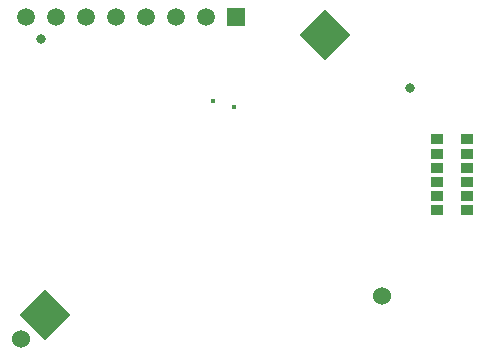
<source format=gbr>
%TF.GenerationSoftware,Altium Limited,Altium Designer,21.9.1 (22)*%
G04 Layer_Color=255*
%FSLAX45Y45*%
%MOMM*%
%TF.SameCoordinates,430BEF64-33ED-46D9-BD69-C1E45A4CD6A6*%
%TF.FilePolarity,Positive*%
%TF.FileFunction,Pads,Bot*%
%TF.Part,Single*%
G01*
G75*
%TA.AperFunction,SMDPad,CuDef*%
%ADD10C,0.40000*%
%TA.AperFunction,ViaPad*%
%ADD49C,0.80000*%
%ADD50C,1.52400*%
%TA.AperFunction,ComponentPad*%
%ADD51C,1.50000*%
%ADD52R,1.50000X1.50000*%
%TA.AperFunction,ConnectorPad*%
%ADD56R,1.00000X0.90000*%
%TA.AperFunction,SMDPad,CuDef*%
%ADD57P,4.24264X4X90.0*%
D10*
X1920000Y2080000D02*
D03*
X1740000Y2130000D02*
D03*
D49*
X280000Y2650000D02*
D03*
X3410000Y2240000D02*
D03*
D50*
X3170000Y480000D02*
D03*
X110000Y110000D02*
D03*
D51*
X156000Y2840000D02*
D03*
X410000D02*
D03*
X664000D02*
D03*
X918000D02*
D03*
X1172000D02*
D03*
X1426000D02*
D03*
X1680000D02*
D03*
D52*
X1934000D02*
D03*
D56*
X3887600Y1804500D02*
D03*
Y1684500D02*
D03*
Y1564500D02*
D03*
Y1444500D02*
D03*
Y1324500D02*
D03*
Y1204500D02*
D03*
X3640000D02*
D03*
Y1324500D02*
D03*
Y1444500D02*
D03*
Y1684500D02*
D03*
Y1804500D02*
D03*
Y1564500D02*
D03*
D57*
X2685394Y2685394D02*
D03*
X314606Y314606D02*
D03*
%TF.MD5,2175677cc3a806057f33004d997ac706*%
M02*

</source>
